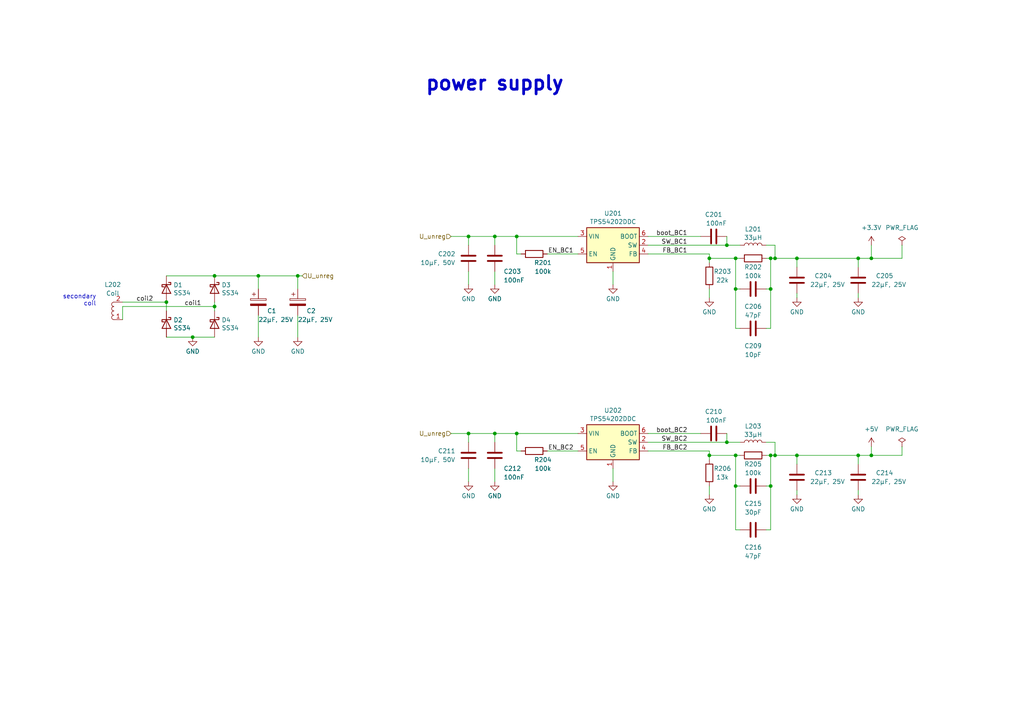
<source format=kicad_sch>
(kicad_sch (version 20230121) (generator eeschema)
  (paper "A4")
  (lib_symbols
    (symbol "D_Schottky_1" (pin_numbers hide) (pin_names (offset 1.016) hide)
      (property "Reference" "D201" (at -1.1684 2.032 90))
      (property "Value" "SS34" (at 1.143 2.032 90))
      (symbol "D_Schottky_1_0_1"
        (polyline (pts (xy 1.27 0) (xy -1.27 0)))
        (polyline (pts (xy 1.27 1.27) (xy 1.27 -1.27) (xy -1.27 0) (xy 1.27 1.27)) (stroke (width 0.254)))
        (polyline (pts (xy -1.905 0.635) (xy -1.905 1.27) (xy -1.27 1.27) (xy -1.27 -1.27) (xy -0.635 -1.27) (xy -0.635 -0.635)) (stroke (width 0.254)))
      )
      (symbol "D_Schottky_1_1_1"
        (pin passive line (at -3.81 0 0) (length 2.54) (name "K") (number "1"))
        (pin passive line (at 3.81 0 180) (length 2.54) (name "A") (number "2"))
      )
    )
    (symbol "Device:C" (pin_numbers hide) (pin_names (offset 0.254))
      (property "Reference" "C" (at 0.635 2.54 0))
      (property "Value" "C" (at 0.635 -2.54 0))
      (symbol "C_0_1"
        (polyline (pts (xy -2.032 -0.762) (xy 2.032 -0.762)) (stroke (width 0.508)))
        (polyline (pts (xy -2.032 0.762) (xy 2.032 0.762)) (stroke (width 0.508)))
      )
      (symbol "C_1_1"
        (pin passive line (at 0 3.81 270) (length 2.794) (name "~") (number "1"))
        (pin passive line (at 0 -3.81 90) (length 2.794) (name "~") (number "2"))
      )
    )
    (symbol "Device:D_Schottky" (pin_numbers hide) (pin_names (offset 1.016) hide)
      (property "Reference" "D" (at 0 2.54 0))
      (property "Value" "D_Schottky" (at 0 -2.54 0))
      (symbol "D_Schottky_0_1"
        (polyline (pts (xy 1.27 0) (xy -1.27 0)))
        (polyline (pts (xy 1.27 1.27) (xy 1.27 -1.27) (xy -1.27 0) (xy 1.27 1.27)) (stroke (width 0.254)))
        (polyline (pts (xy -1.905 0.635) (xy -1.905 1.27) (xy -1.27 1.27) (xy -1.27 -1.27) (xy -0.635 -1.27) (xy -0.635 -0.635)) (stroke (width 0.254)))
      )
      (symbol "D_Schottky_1_1"
        (pin passive line (at -3.81 0 0) (length 2.54) (name "K") (number "1"))
        (pin passive line (at 3.81 0 180) (length 2.54) (name "A") (number "2"))
      )
    )
    (symbol "Device:L" (pin_numbers hide) (pin_names (offset 1.016) hide)
      (property "Reference" "L" (at -1.27 0 90))
      (property "Value" "L" (at 1.905 0 90))
      (symbol "L_0_1"
        (arc (start 0 -2.54) (mid 0.6323 -1.905) (end 0 -1.27))
        (arc (start 0 -1.27) (mid 0.6323 -0.635) (end 0 0))
        (arc (start 0 0) (mid 0.6323 0.635) (end 0 1.27))
        (arc (start 0 1.27) (mid 0.6323 1.905) (end 0 2.54))
      )
      (symbol "L_1_1"
        (pin passive line (at 0 3.81 270) (length 1.27) (name "1") (number "1"))
        (pin passive line (at 0 -3.81 90) (length 1.27) (name "2") (number "2"))
      )
    )
    (symbol "Device:R" (pin_numbers hide) (pin_names (offset 0))
      (property "Reference" "R" (at 2.032 0 90))
      (property "Value" "R" (at 0 0 90))
      (symbol "R_0_1"
        (rectangle (start -1.016 -2.54) (end 1.016 2.54) (stroke (width 0.254)))
      )
      (symbol "R_1_1"
        (pin passive line (at 0 3.81 270) (length 1.27) (name "~") (number "1"))
        (pin passive line (at 0 -3.81 90) (length 1.27) (name "~") (number "2"))
      )
    )
    (symbol "RD40_display_SMD-rescue:CP-Device" (pin_numbers hide) (pin_names (offset 0.254))
      (property "Reference" "C" (at 0.635 2.54 0))
      (property "Value" "Device_CP" (at 0.635 -2.54 0))
      (symbol "CP-Device_0_1"
        (rectangle (start -2.286 0.508) (end 2.286 1.016))
        (polyline (pts (xy -1.778 2.286) (xy -0.762 2.286)))
        (polyline (pts (xy -1.27 2.794) (xy -1.27 1.778)))
        (rectangle (start 2.286 -0.508) (end -2.286 -1.016) (fill (type outline)))
      )
      (symbol "CP-Device_1_1"
        (pin passive line (at 0 3.81 270) (length 2.794) (name "~") (number "1"))
        (pin passive line (at 0 -3.81 90) (length 2.794) (name "~") (number "2"))
      )
    )
    (symbol "Regulator_Switching:TPS54202DDC"
      (property "Reference" "U" (at -7.62 6.35 0))
      (property "Value" "TPS54202DDC" (at 0 6.35 0))
      (symbol "TPS54202DDC_0_1"
        (rectangle (start -7.62 5.08) (end 7.62 -5.08) (stroke (width 0.254)) (fill (type background)))
      )
      (symbol "TPS54202DDC_1_1"
        (pin power_in line (at 0 -7.62 90) (length 2.54) (name "GND") (number "1"))
        (pin power_out line (at 10.16 0 180) (length 2.54) (name "SW") (number "2"))
        (pin power_in line (at -10.16 2.54 0) (length 2.54) (name "VIN") (number "3"))
        (pin input line (at 10.16 -2.54 180) (length 2.54) (name "FB") (number "4"))
        (pin input line (at -10.16 -2.54 0) (length 2.54) (name "EN") (number "5"))
        (pin passive line (at 10.16 2.54 180) (length 2.54) (name "BOOT") (number "6"))
      )
    )
    (symbol "my_symbols:Coil" (pin_names (offset 1.016))
      (property "Reference" "L**" (at 0 2.54 0))
      (property "Value" "Coil" (at 0 5.08 0))
      (symbol "Coil_0_1"
        (arc (start -1.27 0) (mid -1.905 0.6323) (end -2.54 0))
        (arc (start 0 0) (mid -0.635 0.6323) (end -1.27 0))
        (arc (start 0 0) (mid 0 0) (end 0 0))
        (arc (start 1.27 0) (mid 0.635 0.6323) (end 0 0))
        (arc (start 2.54 0) (mid 1.905 0.6323) (end 1.27 0))
      )
      (symbol "Coil_1_1"
        (pin input line (at -2.54 -2.54 90) (length 2.54) (name "~") (number "1"))
        (pin input line (at 2.54 -2.54 90) (length 2.54) (name "~") (number "2"))
      )
    )
    (symbol "power:+3.3V" (power) (pin_names (offset 0))
      (property "Value" "+3.3V" (at 0 3.556 0))
      (symbol "+3.3V_0_1"
        (polyline (pts (xy -0.762 1.27) (xy 0 2.54)))
        (polyline (pts (xy 0 0) (xy 0 2.54)))
        (polyline (pts (xy 0 2.54) (xy 0.762 1.27)))
      )
      (symbol "+3.3V_1_1"
        (pin power_in line (at 0 0 90) (length 0) hide (name "+3.3V") (number "1"))
      )
    )
    (symbol "power:+5V" (power) (pin_names (offset 0))
      (property "Value" "+5V" (at 0 3.556 0))
      (symbol "+5V_0_1"
        (polyline (pts (xy -0.762 1.27) (xy 0 2.54)))
        (polyline (pts (xy 0 0) (xy 0 2.54)))
        (polyline (pts (xy 0 2.54) (xy 0.762 1.27)))
      )
      (symbol "+5V_1_1"
        (pin power_in line (at 0 0 90) (length 0) hide (name "+5V") (number "1"))
      )
    )
    (symbol "power:GND" (power) (pin_names (offset 0))
      (property "Value" "GND" (at 0 -3.81 0))
      (symbol "GND_0_1"
        (polyline (pts (xy 0 0) (xy 0 -1.27) (xy 1.27 -1.27) (xy 0 -2.54) (xy -1.27 -1.27) (xy 0 -1.27)))
      )
      (symbol "GND_1_1"
        (pin power_in line (at 0 0 270) (length 0) hide (name "GND") (number "1"))
      )
    )
    (symbol "power:PWR_FLAG" (power) (pin_numbers hide) (pin_names (offset 0) hide)
      (property "Value" "PWR_FLAG" (at 0 3.81 0))
      (symbol "PWR_FLAG_0_0"
        (pin power_out line (at 0 0 90) (length 0) (name "pwr") (number "1"))
      )
      (symbol "PWR_FLAG_0_1"
        (polyline (pts (xy 0 0) (xy 0 1.27) (xy -1.016 1.905) (xy 0 2.54) (xy 1.016 1.905) (xy 0 1.27)))
      )
    )
  )
  (junction (at 210.82 71.12))
  (junction (at 149.86 125.73))
  (junction (at 86.36 80.01))
  (junction (at 252.73 132.08))
  (junction (at 223.52 132.08))
  (junction (at 223.52 74.93))
  (junction (at 210.82 128.27))
  (junction (at 231.14 74.93))
  (junction (at 62.23 88.9))
  (junction (at 143.51 125.73))
  (junction (at 149.86 68.58))
  (junction (at 223.52 140.97))
  (junction (at 74.93 80.01))
  (junction (at 248.92 132.08))
  (junction (at 224.79 74.93))
  (junction (at 205.74 74.93))
  (junction (at 223.52 83.82))
  (junction (at 224.79 132.08))
  (junction (at 143.51 68.58))
  (junction (at 213.36 74.93))
  (junction (at 213.36 132.08))
  (junction (at 135.89 68.58))
  (junction (at 135.89 125.73))
  (junction (at 205.74 132.08))
  (junction (at 213.36 83.82))
  (junction (at 231.14 132.08))
  (junction (at 55.88 97.79))
  (junction (at 48.26 87.63))
  (junction (at 62.23 80.01))
  (junction (at 248.92 74.93))
  (junction (at 252.73 74.93))
  (junction (at 213.36 140.97))
  (wire (pts (xy 143.51 68.58) (xy 143.51 71.12)))
  (wire (pts (xy 224.79 74.93) (xy 223.52 74.93)))
  (wire (pts (xy 248.92 74.93) (xy 252.73 74.93)))
  (wire (pts (xy 187.96 71.12) (xy 210.82 71.12)))
  (wire (pts (xy 210.82 71.12) (xy 214.63 71.12)))
  (wire (pts (xy 135.89 68.58) (xy 143.51 68.58)))
  (wire (pts (xy 205.74 73.66) (xy 205.74 74.93)))
  (wire (pts (xy 231.14 132.08) (xy 224.79 132.08)))
  (wire (pts (xy 74.93 91.44) (xy 74.93 97.79)))
  (wire (pts (xy 224.79 132.08) (xy 223.52 132.08)))
  (wire (pts (xy 187.96 128.27) (xy 210.82 128.27)))
  (wire (pts (xy 224.79 128.27) (xy 224.79 132.08)))
  (wire (pts (xy 223.52 95.25) (xy 223.52 83.82)))
  (wire (pts (xy 149.86 73.66) (xy 151.13 73.66)))
  (wire (pts (xy 205.74 73.66) (xy 187.96 73.66)))
  (wire (pts (xy 222.25 95.25) (xy 223.52 95.25)))
  (wire (pts (xy 151.13 130.81) (xy 149.86 130.81)))
  (wire (pts (xy 158.75 130.81) (xy 167.64 130.81)))
  (wire (pts (xy 210.82 68.58) (xy 210.82 71.12)))
  (wire (pts (xy 149.86 130.81) (xy 149.86 125.73)))
  (wire (pts (xy 252.73 129.54) (xy 252.73 132.08)))
  (wire (pts (xy 214.63 153.67) (xy 213.36 153.67)))
  (wire (pts (xy 48.26 87.63) (xy 48.26 90.17)))
  (wire (pts (xy 231.14 142.24) (xy 231.14 143.51)))
  (wire (pts (xy 74.93 80.01) (xy 86.36 80.01)))
  (wire (pts (xy 205.74 132.08) (xy 205.74 130.81)))
  (wire (pts (xy 74.93 80.01) (xy 74.93 83.82)))
  (wire (pts (xy 177.8 78.74) (xy 177.8 82.55)))
  (wire (pts (xy 222.25 71.12) (xy 224.79 71.12)))
  (wire (pts (xy 248.92 74.93) (xy 231.14 74.93)))
  (wire (pts (xy 62.23 80.01) (xy 74.93 80.01)))
  (wire (pts (xy 248.92 134.62) (xy 248.92 132.08)))
  (wire (pts (xy 35.56 88.9) (xy 62.23 88.9)))
  (wire (pts (xy 261.62 132.08) (xy 261.62 129.54)))
  (wire (pts (xy 222.25 128.27) (xy 224.79 128.27)))
  (wire (pts (xy 213.36 153.67) (xy 213.36 140.97)))
  (wire (pts (xy 213.36 83.82) (xy 213.36 74.93)))
  (wire (pts (xy 224.79 71.12) (xy 224.79 74.93)))
  (wire (pts (xy 248.92 142.24) (xy 248.92 143.51)))
  (wire (pts (xy 222.25 140.97) (xy 223.52 140.97)))
  (wire (pts (xy 223.52 153.67) (xy 223.52 140.97)))
  (wire (pts (xy 223.52 132.08) (xy 222.25 132.08)))
  (wire (pts (xy 48.26 97.79) (xy 55.88 97.79)))
  (wire (pts (xy 205.74 74.93) (xy 213.36 74.93)))
  (wire (pts (xy 213.36 132.08) (xy 214.63 132.08)))
  (wire (pts (xy 48.26 87.63) (xy 35.56 87.63)))
  (wire (pts (xy 130.81 68.58) (xy 135.89 68.58)))
  (wire (pts (xy 248.92 132.08) (xy 231.14 132.08)))
  (wire (pts (xy 135.89 135.89) (xy 135.89 139.7)))
  (wire (pts (xy 130.81 125.73) (xy 135.89 125.73)))
  (wire (pts (xy 214.63 140.97) (xy 213.36 140.97)))
  (wire (pts (xy 187.96 125.73) (xy 203.2 125.73)))
  (wire (pts (xy 149.86 125.73) (xy 167.64 125.73)))
  (wire (pts (xy 135.89 68.58) (xy 135.89 71.12)))
  (wire (pts (xy 222.25 83.82) (xy 223.52 83.82)))
  (wire (pts (xy 205.74 83.82) (xy 205.74 86.36)))
  (wire (pts (xy 231.14 134.62) (xy 231.14 132.08)))
  (wire (pts (xy 252.73 71.12) (xy 252.73 74.93)))
  (wire (pts (xy 248.92 85.09) (xy 248.92 86.36)))
  (wire (pts (xy 223.52 74.93) (xy 222.25 74.93)))
  (wire (pts (xy 214.63 95.25) (xy 213.36 95.25)))
  (wire (pts (xy 62.23 88.9) (xy 62.23 90.17)))
  (wire (pts (xy 214.63 83.82) (xy 213.36 83.82)))
  (wire (pts (xy 252.73 132.08) (xy 261.62 132.08)))
  (wire (pts (xy 231.14 74.93) (xy 224.79 74.93)))
  (wire (pts (xy 231.14 77.47) (xy 231.14 74.93)))
  (wire (pts (xy 222.25 153.67) (xy 223.52 153.67)))
  (wire (pts (xy 143.51 135.89) (xy 143.51 139.7)))
  (wire (pts (xy 248.92 132.08) (xy 252.73 132.08)))
  (wire (pts (xy 261.62 71.12) (xy 261.62 74.93)))
  (wire (pts (xy 213.36 140.97) (xy 213.36 132.08)))
  (wire (pts (xy 143.51 68.58) (xy 149.86 68.58)))
  (wire (pts (xy 177.8 135.89) (xy 177.8 139.7)))
  (wire (pts (xy 187.96 68.58) (xy 203.2 68.58)))
  (wire (pts (xy 205.74 140.97) (xy 205.74 143.51)))
  (wire (pts (xy 86.36 80.01) (xy 87.63 80.01)))
  (wire (pts (xy 143.51 125.73) (xy 143.51 128.27)))
  (wire (pts (xy 213.36 74.93) (xy 214.63 74.93)))
  (wire (pts (xy 48.26 80.01) (xy 62.23 80.01)))
  (wire (pts (xy 149.86 68.58) (xy 167.64 68.58)))
  (wire (pts (xy 135.89 125.73) (xy 135.89 128.27)))
  (wire (pts (xy 210.82 125.73) (xy 210.82 128.27)))
  (wire (pts (xy 248.92 77.47) (xy 248.92 74.93)))
  (wire (pts (xy 86.36 80.01) (xy 86.36 83.82)))
  (wire (pts (xy 223.52 83.82) (xy 223.52 74.93)))
  (wire (pts (xy 213.36 95.25) (xy 213.36 83.82)))
  (wire (pts (xy 205.74 133.35) (xy 205.74 132.08)))
  (wire (pts (xy 35.56 88.9) (xy 35.56 92.71)))
  (wire (pts (xy 205.74 130.81) (xy 187.96 130.81)))
  (wire (pts (xy 205.74 76.2) (xy 205.74 74.93)))
  (wire (pts (xy 205.74 132.08) (xy 213.36 132.08)))
  (wire (pts (xy 86.36 91.44) (xy 86.36 97.79)))
  (wire (pts (xy 158.75 73.66) (xy 167.64 73.66)))
  (wire (pts (xy 143.51 78.74) (xy 143.51 82.55)))
  (wire (pts (xy 210.82 128.27) (xy 214.63 128.27)))
  (wire (pts (xy 55.88 97.79) (xy 62.23 97.79)))
  (wire (pts (xy 135.89 125.73) (xy 143.51 125.73)))
  (wire (pts (xy 143.51 125.73) (xy 149.86 125.73)))
  (wire (pts (xy 149.86 73.66) (xy 149.86 68.58)))
  (wire (pts (xy 231.14 85.09) (xy 231.14 86.36)))
  (wire (pts (xy 223.52 140.97) (xy 223.52 132.08)))
  (wire (pts (xy 135.89 78.74) (xy 135.89 82.55)))
  (wire (pts (xy 62.23 87.63) (xy 62.23 88.9)))
  (wire (pts (xy 261.62 74.93) (xy 252.73 74.93)))
  (text "power supply" (at 163.83 26.67 0) (effects (font (size 4 4) (thickness 0.8) bold) (justify right bottom)))
  (text "secondary\ncoil" (at 27.94 88.9 0) (effects (font (size 1.27 1.27)) (justify right bottom)))
  (label "EN_BC2" (at 166.37 130.81 180))
  (label "SW_BC2" (at 199.39 128.27 180))
  (label "boot_BC1" (at 199.39 68.58 180))
  (label "boot_BC2" (at 199.39 125.73 180))
  (label "coil1" (at 58.42 88.9 180))
  (label "FB_BC2" (at 199.39 130.81 180))
  (label "FB_BC1" (at 199.39 73.66 180))
  (label "coil2" (at 44.45 87.63 180))
  (label "EN_BC1" (at 166.37 73.66 180))
  (label "SW_BC1" (at 199.39 71.12 180))
  (hierarchical_label "U_unreg" (shape input) (at 130.81 125.73 180))
  (hierarchical_label "U_unreg" (shape input) (at 130.81 68.58 180))
  (hierarchical_label "U_unreg" (shape input) (at 87.63 80.01 0))
  (symbol (lib_id "Device:C") (at 218.44 153.67 270) (unit 1)
    (property "Reference" "C216" (at 218.44 158.75 90))
    (property "Value" "47pF" (at 218.44 161.29 90))
    (property "Footprint" "Capacitor_SMD:C_0402_1005Metric" (effects hide))
    (property "LCSC" "C1567" (effects hide))
  )
  (symbol (lib_id "Device:R") (at 205.74 80.01 180) (unit 1)
    (property "Reference" "R203" (at 209.55 78.74 0))
    (property "Value" "22k" (at 209.55 81.28 0))
    (property "Footprint" "Resistor_SMD:R_0402_1005Metric" (effects hide))
    (property "LCSC" "C25768" (effects hide))
  )
  (symbol (lib_id "power:GND") (at 231.14 86.36 0) (unit 1)
    (property "Reference" "#PWR0206" (effects hide))
    (property "Value" "GND" (at 231.14 90.4931 0))
  )
  (symbol (lib_id "power:GND") (at 135.89 139.7 0) (unit 1)
    (property "Reference" "#PWR0212" (effects hide))
    (property "Value" "GND" (at 135.89 143.8331 0))
  )
  (symbol (lib_id "Device:D_Schottky") (at 48.26 93.98 270) (unit 1)
    (property "Reference" "D2" (at 50.292 92.8116 90) (effects (justify left)))
    (property "Value" "SS34" (at 50.292 95.123 90) (effects (justify left)))
    (property "Footprint" "my_footprints:DIOM7959X265N" (effects hide))
    (property "LCSC" "C8678" (effects hide))
    (instances (project "RD56" (path "" (reference "D2") (unit 1)) (path "" (reference "D203") (unit 1))))
  )
  (symbol (lib_id "power:PWR_FLAG") (at 261.62 129.54 0) (unit 1)
    (property "Reference" "#FLG0202" (effects hide))
    (property "Value" "PWR_FLAG" (at 261.62 124.46 0))
  )
  (symbol (lib_id "Device:C") (at 218.44 95.25 270) (unit 1)
    (property "Reference" "C209" (at 218.44 100.33 90))
    (property "Value" "10pF" (at 218.44 102.87 90))
    (property "Footprint" "Capacitor_SMD:C_0402_1005Metric" (effects hide))
    (property "LCSC" "C32949" (effects hide))
  )
  (symbol (lib_id "Device:R") (at 205.74 137.16 180) (unit 1)
    (property "Reference" "R206" (at 209.55 135.89 0))
    (property "Value" "13k" (at 209.55 138.43 0))
    (property "Footprint" "Resistor_SMD:R_0603_1608Metric" (effects hide))
    (property "LCSC" "C22797" (effects hide))
  )
  (symbol (lib_id "power:+5V") (at 252.73 129.54 0) (unit 1)
    (property "Reference" "#PWR0211" (effects hide))
    (property "Value" "+5V" (at 252.73 124.46 0))
  )
  (symbol (lib_id "power:PWR_FLAG") (at 261.62 71.12 0) (unit 1)
    (property "Reference" "#FLG0201" (effects hide))
    (property "Value" "PWR_FLAG" (at 261.62 66.04 0))
  )
  (symbol (lib_id "Device:C") (at 218.44 83.82 270) (unit 1)
    (property "Reference" "C206" (at 218.44 88.9 90))
    (property "Value" "47pF" (at 218.44 91.44 90))
    (property "Footprint" "Capacitor_SMD:C_0402_1005Metric" (effects hide))
    (property "LCSC" "C1567" (effects hide))
  )
  (symbol (lib_id "my_symbols:Coil") (at 33.02 90.17 90) (unit 1)
    (property "Reference" "L202" (at 32.7039 82.55 90))
    (property "Value" "Coil" (at 32.7039 85.09 90))
    (property "Footprint" "my_footprints:coil_large" (effects hide))
  )
  (symbol (lib_id "Device:C") (at 207.01 125.73 90) (unit 1)
    (property "Reference" "C210" (at 209.55 119.38 90) (effects (justify left)))
    (property "Value" "100nF" (at 210.82 121.92 90) (effects (justify left)))
    (property "Footprint" "Capacitor_SMD:C_0402_1005Metric" (effects hide))
    (property "LCSC" "C307331" (effects hide))
  )
  (symbol (lib_id "RD40_display_SMD-rescue:CP-Device") (at 74.93 87.63 0) (unit 1)
    (property "Reference" "C1" (at 77.47 90.17 0) (effects (justify left)))
    (property "Value" "22µF, 25V" (at 74.93 92.71 0) (effects (justify left)))
    (property "Footprint" "Capacitor_SMD:C_0805_2012Metric" (effects hide))
    (property "LCSC" "C45783" (effects hide))
    (instances (project "RD56" (path "" (reference "C1") (unit 1)) (path "" (reference "C207") (unit 1))))
  )
  (symbol (lib_id "Device:C") (at 135.89 74.93 0) (unit 1)
    (property "Reference" "C202" (at 127 73.66 0) (effects (justify left)))
    (property "Value" "10µF, 50V" (at 121.92 76.2 0) (effects (justify left)))
    (property "Footprint" "Capacitor_SMD:C_1206_3216Metric" (effects hide))
    (property "LCSC" "C13585" (effects hide))
  )
  (symbol (lib_id "power:GND") (at 143.51 139.7 0) (unit 1)
    (property "Reference" "#PWR0213" (effects hide))
    (property "Value" "GND" (at 143.51 143.8331 0))
  )
  (symbol (lib_id "Device:C") (at 231.14 138.43 0) (unit 1)
    (property "Reference" "C213" (at 236.22 137.16 0) (effects (justify left)))
    (property "Value" "22µF, 25V" (at 234.95 139.7 0) (effects (justify left)))
    (property "Footprint" "Capacitor_SMD:C_1206_3216Metric" (effects hide))
    (property "LCSC" "C12891" (effects hide))
  )
  (symbol (lib_id "Device:R") (at 154.94 73.66 90) (unit 1)
    (property "Reference" "R201" (at 157.48 76.2 90))
    (property "Value" "100k" (at 157.48 78.74 90))
    (property "Footprint" "Resistor_SMD:R_0402_1005Metric" (effects hide))
    (property "LCSC" "C25741" (effects hide))
  )
  (symbol (lib_id "Device:D_Schottky") (at 62.23 83.82 270) (unit 1)
    (property "Reference" "D3" (at 64.262 82.6516 90) (effects (justify left)))
    (property "Value" "SS34" (at 64.262 84.963 90) (effects (justify left)))
    (property "Footprint" "my_footprints:DIOM7959X265N" (effects hide))
    (property "LCSC" "C8678" (effects hide))
    (instances (project "RD56" (path "" (reference "D3") (unit 1)) (path "" (reference "D202") (unit 1))))
  )
  (symbol (lib_id "power:GND") (at 248.92 143.51 0) (unit 1)
    (property "Reference" "#PWR0217" (effects hide))
    (property "Value" "GND" (at 248.92 147.6431 0))
  )
  (symbol (lib_id "power:GND") (at 177.8 139.7 0) (unit 1)
    (property "Reference" "#PWR0214" (effects hide))
    (property "Value" "GND" (at 177.8 143.8331 0))
  )
  (symbol (lib_name "D_Schottky_1") (lib_id "Device:D_Schottky") (at 48.26 83.82 270) (unit 1)
    (property "Reference" "D1" (at 50.292 82.6516 90) (effects (justify left)))
    (property "Value" "SS34" (at 50.292 84.963 90) (effects (justify left)))
    (property "Footprint" "my_footprints:DIOM7959X265N" (effects hide))
    (property "LCSC" "C8678" (effects hide))
    (instances (project "RD56" (path "" (reference "D1") (unit 1)) (path "" (reference "D201") (unit 1))))
  )
  (symbol (lib_id "Regulator_Switching:TPS54202DDC") (at 177.8 128.27 0) (unit 1)
    (property "Reference" "U202" (at 177.8 119.0457 0))
    (property "Value" "TPS54202DDC" (at 177.8 121.4699 0))
    (property "Footprint" "Package_TO_SOT_SMD:SOT-23-6" (effects hide))
    (property "Datasheet" "http://www.ti.com/lit/ds/symlink/tps54202.pdf" (effects hide))
    (property "LCSC" "C191884" (effects hide))
  )
  (symbol (lib_id "Device:R") (at 218.44 74.93 90) (unit 1)
    (property "Reference" "R202" (at 218.44 77.47 90))
    (property "Value" "100k" (at 218.44 80.01 90))
    (property "Footprint" "Resistor_SMD:R_0402_1005Metric" (effects hide))
    (property "LCSC" "C25741" (effects hide))
  )
  (symbol (lib_id "power:GND") (at 177.8 82.55 0) (unit 1)
    (property "Reference" "#PWR0204" (effects hide))
    (property "Value" "GND" (at 177.8 86.6831 0))
  )
  (symbol (lib_id "Device:C") (at 231.14 81.28 0) (unit 1)
    (property "Reference" "C204" (at 236.22 80.01 0) (effects (justify left)))
    (property "Value" "22µF, 25V" (at 234.95 82.55 0) (effects (justify left)))
    (property "Footprint" "Capacitor_SMD:C_1206_3216Metric" (effects hide))
    (property "LCSC" "C12891" (effects hide))
  )
  (symbol (lib_id "power:GND") (at 205.74 143.51 0) (unit 1)
    (property "Reference" "#PWR0215" (effects hide))
    (property "Value" "GND" (at 205.74 147.6431 0))
  )
  (symbol (lib_id "power:GND") (at 248.92 86.36 0) (unit 1)
    (property "Reference" "#PWR0207" (effects hide))
    (property "Value" "GND" (at 248.92 90.4931 0))
  )
  (symbol (lib_id "power:GND") (at 143.51 82.55 0) (unit 1)
    (property "Reference" "#PWR0203" (effects hide))
    (property "Value" "GND" (at 143.51 86.6831 0))
  )
  (symbol (lib_id "Device:C") (at 143.51 74.93 0) (unit 1)
    (property "Reference" "C203" (at 146.05 78.74 0) (effects (justify left)))
    (property "Value" "100nF" (at 146.05 81.28 0) (effects (justify left)))
    (property "Footprint" "Capacitor_SMD:C_0402_1005Metric" (effects hide))
    (property "LCSC" "C307331" (effects hide))
  )
  (symbol (lib_id "power:GND") (at 86.36 97.79 0) (unit 1)
    (property "Reference" "#PWR03" (effects hide))
    (property "Value" "GND" (at 86.36 101.9231 0))
    (instances (project "RD56" (path "" (reference "#PWR03") (unit 1)) (path "" (reference "#PWR0210") (unit 1))))
  )
  (symbol (lib_id "Device:C") (at 135.89 132.08 0) (unit 1)
    (property "Reference" "C211" (at 127 130.81 0) (effects (justify left)))
    (property "Value" "10µF, 50V" (at 121.92 133.35 0) (effects (justify left)))
    (property "Footprint" "Capacitor_SMD:C_1206_3216Metric" (effects hide))
    (property "LCSC" "C13585" (effects hide))
  )
  (symbol (lib_id "power:GND") (at 55.88 97.79 0) (unit 1)
    (property "Reference" "#PWR01" (effects hide))
    (property "Value" "GND" (at 55.88 101.9231 0))
    (instances (project "RD56" (path "" (reference "#PWR01") (unit 1)) (path "" (reference "#PWR0208") (unit 1))))
  )
  (symbol (lib_id "Device:C") (at 248.92 138.43 0) (unit 1)
    (property "Reference" "C214" (at 254 137.16 0) (effects (justify left)))
    (property "Value" "22µF, 25V" (at 252.73 139.7 0) (effects (justify left)))
    (property "Footprint" "Capacitor_SMD:C_1206_3216Metric" (effects hide))
    (property "LCSC" "C12891" (effects hide))
  )
  (symbol (lib_id "power:GND") (at 231.14 143.51 0) (unit 1)
    (property "Reference" "#PWR0216" (effects hide))
    (property "Value" "GND" (at 231.14 147.6431 0))
  )
  (symbol (lib_id "Device:R") (at 218.44 132.08 90) (unit 1)
    (property "Reference" "R205" (at 218.44 134.62 90))
    (property "Value" "100k" (at 218.44 137.16 90))
    (property "Footprint" "Resistor_SMD:R_0402_1005Metric" (effects hide))
    (property "LCSC" "C25741" (effects hide))
  )
  (symbol (lib_id "Regulator_Switching:TPS54202DDC") (at 177.8 71.12 0) (unit 1)
    (property "Reference" "U201" (at 177.8 61.8957 0))
    (property "Value" "TPS54202DDC" (at 177.8 64.3199 0))
    (property "Footprint" "Package_TO_SOT_SMD:SOT-23-6" (effects hide))
    (property "Datasheet" "http://www.ti.com/lit/ds/symlink/tps54202.pdf" (effects hide))
    (property "LCSC" "C191884" (effects hide))
  )
  (symbol (lib_id "Device:C") (at 207.01 68.58 90) (unit 1)
    (property "Reference" "C201" (at 209.55 62.23 90) (effects (justify left)))
    (property "Value" "100nF" (at 210.82 64.77 90) (effects (justify left)))
    (property "Footprint" "Capacitor_SMD:C_0402_1005Metric" (effects hide))
    (property "LCSC" "C307331" (effects hide))
  )
  (symbol (lib_id "RD40_display_SMD-rescue:CP-Device") (at 86.36 87.63 0) (unit 1)
    (property "Reference" "C2" (at 88.9 90.17 0) (effects (justify left)))
    (property "Value" "22µF, 25V" (at 86.36 92.71 0) (effects (justify left)))
    (property "Footprint" "Capacitor_SMD:C_0805_2012Metric" (effects hide))
    (property "LCSC" "C45783" (effects hide))
    (instances (project "RD56" (path "" (reference "C2") (unit 1)) (path "" (reference "C208") (unit 1))))
  )
  (symbol (lib_id "power:GND") (at 74.93 97.79 0) (unit 1)
    (property "Reference" "#PWR02" (effects hide))
    (property "Value" "GND" (at 74.93 101.9231 0))
    (instances (project "RD56" (path "" (reference "#PWR02") (unit 1)) (path "" (reference "#PWR0209") (unit 1))))
  )
  (symbol (lib_id "power:+3.3V") (at 252.73 71.12 0) (unit 1)
    (property "Reference" "#PWR0201" (effects hide))
    (property "Value" "+3.3V" (at 252.73 66.04 0))
  )
  (symbol (lib_id "power:GND") (at 135.89 82.55 0) (unit 1)
    (property "Reference" "#PWR0202" (effects hide))
    (property "Value" "GND" (at 135.89 86.6831 0))
  )
  (symbol (lib_id "Device:C") (at 143.51 132.08 0) (unit 1)
    (property "Reference" "C212" (at 146.05 135.89 0) (effects (justify left)))
    (property "Value" "100nF" (at 146.05 138.43 0) (effects (justify left)))
    (property "Footprint" "Capacitor_SMD:C_0402_1005Metric" (effects hide))
    (property "LCSC" "C307331" (effects hide))
  )
  (symbol (lib_id "power:GND") (at 205.74 86.36 0) (unit 1)
    (property "Reference" "#PWR0205" (effects hide))
    (property "Value" "GND" (at 205.74 90.4931 0))
  )
  (symbol (lib_id "Device:R") (at 154.94 130.81 90) (unit 1)
    (property "Reference" "R204" (at 157.48 133.35 90))
    (property "Value" "100k" (at 157.48 135.89 90))
    (property "Footprint" "Resistor_SMD:R_0402_1005Metric" (effects hide))
    (property "LCSC" "C25741" (effects hide))
  )
  (symbol (lib_id "Device:L") (at 218.44 71.12 90) (unit 1)
    (property "Reference" "L201" (at 218.44 66.4704 90))
    (property "Value" "33µH" (at 218.44 68.8946 90))
    (property "Footprint" "Inductor_SMD:L_Bourns_SRP7028A_7.3x6.6mm" (effects hide))
    (property "LCSC" "C177245" (effects hide))
  )
  (symbol (lib_id "Device:L") (at 218.44 128.27 90) (unit 1)
    (property "Reference" "L203" (at 218.44 123.6204 90))
    (property "Value" "33µH" (at 218.44 126.0446 90))
    (property "Footprint" "Inductor_SMD:L_Bourns_SRP7028A_7.3x6.6mm" (effects hide))
    (property "LCSC" "C177245" (effects hide))
  )
  (symbol (lib_id "Device:C") (at 248.92 81.28 0) (unit 1)
    (property "Reference" "C205" (at 254 80.01 0) (effects (justify left)))
    (property "Value" "22µF, 25V" (at 252.73 82.55 0) (effects (justify left)))
    (property "Footprint" "Capacitor_SMD:C_1206_3216Metric" (effects hide))
    (property "LCSC" "C12891" (effects hide))
  )
  (symbol (lib_id "Device:D_Schottky") (at 62.23 93.98 270) (unit 1)
    (property "Reference" "D4" (at 64.262 92.8116 90) (effects (justify left)))
    (property "Value" "SS34" (at 64.262 95.123 90) (effects (justify left)))
    (property "Footprint" "my_footprints:DIOM7959X265N" (effects hide))
    (property "LCSC" "C8678" (effects hide))
    (instances (project "RD56" (path "" (reference "D4") (unit 1)) (path "" (reference "D204") (unit 1))))
  )
  (symbol (lib_id "Device:C") (at 218.44 140.97 270) (unit 1)
    (property "Reference" "C215" (at 218.44 146.05 90))
    (property "Value" "30pF" (at 218.44 148.59 90))
    (property "Footprint" "Capacitor_SMD:C_0603_1608Metric" (effects hide))
    (property "LCSC" "C1658" (effects hide))
  )
)
</source>
